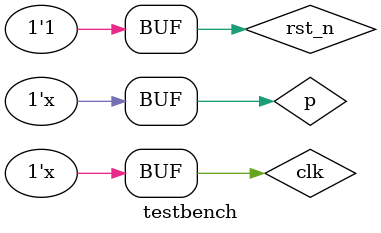
<source format=sv>
module testbench();
    localparam  CLK_PERIOD = 20;

	logic clk;
	always #(CLK_PERIOD/2) clk = ~clk;

	logic rst_n;

    logic p;
    logic r;

    exe_01 exe(
        .clk_i(clk),
        .rst_ni(rst_n),
        .p_i(p),
        .r_o(r)
    );

	initial begin
        rst_n <= 1'b0;
        p <= 1'b0;
        #(CLK_PERIOD*3) rst_n <= 1'b1;

        repeat(10) begin
            #(CLK_PERIOD) p <= ~p;
        end
	end

endmodule

</source>
